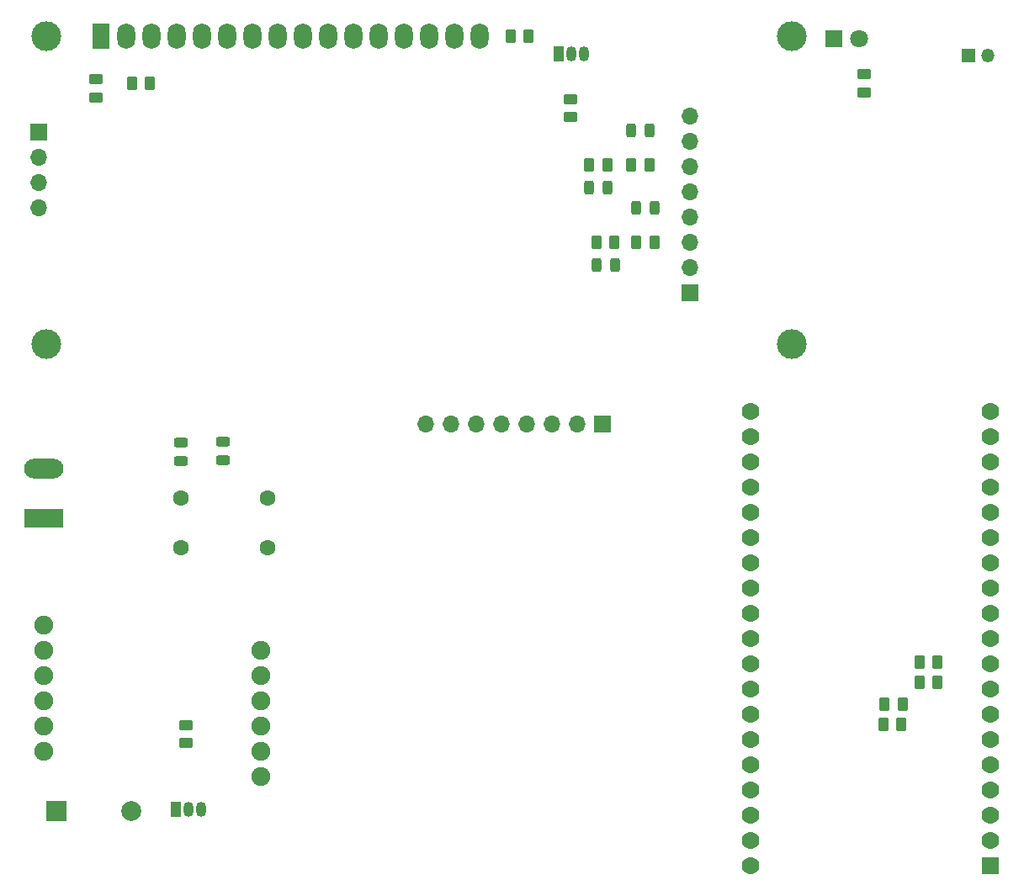
<source format=gbr>
%TF.GenerationSoftware,KiCad,Pcbnew,8.0.5*%
%TF.CreationDate,2024-11-19T23:46:25+01:00*%
%TF.ProjectId,esp32-with-gsm,65737033-322d-4776-9974-682d67736d2e,rev?*%
%TF.SameCoordinates,Original*%
%TF.FileFunction,Soldermask,Top*%
%TF.FilePolarity,Negative*%
%FSLAX46Y46*%
G04 Gerber Fmt 4.6, Leading zero omitted, Abs format (unit mm)*
G04 Created by KiCad (PCBNEW 8.0.5) date 2024-11-19 23:46:25*
%MOMM*%
%LPD*%
G01*
G04 APERTURE LIST*
G04 Aperture macros list*
%AMRoundRect*
0 Rectangle with rounded corners*
0 $1 Rounding radius*
0 $2 $3 $4 $5 $6 $7 $8 $9 X,Y pos of 4 corners*
0 Add a 4 corners polygon primitive as box body*
4,1,4,$2,$3,$4,$5,$6,$7,$8,$9,$2,$3,0*
0 Add four circle primitives for the rounded corners*
1,1,$1+$1,$2,$3*
1,1,$1+$1,$4,$5*
1,1,$1+$1,$6,$7*
1,1,$1+$1,$8,$9*
0 Add four rect primitives between the rounded corners*
20,1,$1+$1,$2,$3,$4,$5,0*
20,1,$1+$1,$4,$5,$6,$7,0*
20,1,$1+$1,$6,$7,$8,$9,0*
20,1,$1+$1,$8,$9,$2,$3,0*%
G04 Aperture macros list end*
%ADD10RoundRect,0.243750X0.243750X0.456250X-0.243750X0.456250X-0.243750X-0.456250X0.243750X-0.456250X0*%
%ADD11RoundRect,0.243750X0.456250X-0.243750X0.456250X0.243750X-0.456250X0.243750X-0.456250X-0.243750X0*%
%ADD12RoundRect,0.250000X0.450000X-0.262500X0.450000X0.262500X-0.450000X0.262500X-0.450000X-0.262500X0*%
%ADD13RoundRect,0.250000X0.262500X0.450000X-0.262500X0.450000X-0.262500X-0.450000X0.262500X-0.450000X0*%
%ADD14O,1.800000X2.600000*%
%ADD15R,1.800000X2.600000*%
%ADD16C,3.000000*%
%ADD17C,2.000000*%
%ADD18R,2.000000X2.000000*%
%ADD19C,1.900000*%
%ADD20RoundRect,0.250000X-0.450000X0.262500X-0.450000X-0.262500X0.450000X-0.262500X0.450000X0.262500X0*%
%ADD21R,1.700000X1.700000*%
%ADD22O,1.700000X1.700000*%
%ADD23O,1.350000X1.350000*%
%ADD24R,1.350000X1.350000*%
%ADD25O,1.050000X1.500000*%
%ADD26R,1.050000X1.500000*%
%ADD27RoundRect,0.102000X0.780000X0.780000X-0.780000X0.780000X-0.780000X-0.780000X0.780000X-0.780000X0*%
%ADD28C,1.764000*%
%ADD29RoundRect,0.250000X-0.262500X-0.450000X0.262500X-0.450000X0.262500X0.450000X-0.262500X0.450000X0*%
%ADD30C,1.600000*%
%ADD31C,1.800000*%
%ADD32R,1.800000X1.800000*%
%ADD33O,3.960000X1.980000*%
%ADD34R,3.960000X1.980000*%
G04 APERTURE END LIST*
D10*
%TO.C,D7*%
X163187500Y-70750000D03*
X161312500Y-70750000D03*
%TD*%
%TO.C,D6*%
X159187500Y-76500000D03*
X157312500Y-76500000D03*
%TD*%
%TO.C,D5*%
X162687500Y-63000000D03*
X160812500Y-63000000D03*
%TD*%
%TO.C,D4*%
X158437500Y-68750000D03*
X156562500Y-68750000D03*
%TD*%
D11*
%TO.C,D2*%
X119750000Y-94312500D03*
X119750000Y-96187500D03*
%TD*%
%TO.C,D1*%
X115500000Y-96250000D03*
X115500000Y-94375000D03*
%TD*%
D12*
%TO.C,R3*%
X184250000Y-57337500D03*
X184250000Y-59162500D03*
%TD*%
D13*
%TO.C,R5*%
X162662500Y-66500000D03*
X160837500Y-66500000D03*
%TD*%
D14*
%TO.C,DS1*%
X145600520Y-53499300D03*
X143060520Y-53499300D03*
X140520520Y-53499300D03*
X137980520Y-53499300D03*
X135440520Y-53499300D03*
X132900520Y-53499300D03*
X130360520Y-53499300D03*
X127820520Y-53499300D03*
X125280520Y-53499300D03*
X122740520Y-53499300D03*
X120200520Y-53499300D03*
X117660520Y-53499300D03*
X115120520Y-53499300D03*
X112580520Y-53499300D03*
X110040520Y-53499300D03*
D15*
X107500520Y-53499300D03*
D16*
X177000520Y-53499300D03*
X177000000Y-84500000D03*
X102001420Y-84500000D03*
X102001420Y-53499300D03*
%TD*%
D17*
%TO.C,BZ1*%
X110550000Y-131500000D03*
D18*
X102950000Y-131500000D03*
%TD*%
D19*
%TO.C,U2*%
X101680000Y-125460000D03*
X101680000Y-122920000D03*
X101680000Y-120380000D03*
X101680000Y-117840000D03*
X101680000Y-115300000D03*
X101680000Y-112760000D03*
X123550000Y-115300000D03*
X123550000Y-117840000D03*
X123550000Y-120380000D03*
X123550000Y-122920000D03*
X123550000Y-125460000D03*
X123550000Y-128000000D03*
%TD*%
D20*
%TO.C,R4*%
X116000000Y-122837500D03*
X116000000Y-124662500D03*
%TD*%
D13*
%TO.C,R15*%
X112412500Y-58250000D03*
X110587500Y-58250000D03*
%TD*%
D21*
%TO.C,J2*%
X166750000Y-79330000D03*
D22*
X166750000Y-76790000D03*
X166750000Y-74250000D03*
X166750000Y-71710000D03*
X166750000Y-69170000D03*
X166750000Y-66630000D03*
X166750000Y-64090000D03*
X166750000Y-61550000D03*
%TD*%
D23*
%TO.C,CFG1*%
X196750000Y-55500000D03*
D24*
X194750000Y-55500000D03*
%TD*%
D22*
%TO.C,J1*%
X101250000Y-70790000D03*
X101250000Y-68250000D03*
X101250000Y-65710000D03*
D21*
X101250000Y-63170000D03*
%TD*%
D25*
%TO.C,Q1*%
X117520000Y-131360000D03*
X116250000Y-131360000D03*
D26*
X114980000Y-131360000D03*
%TD*%
D27*
%TO.C,U1*%
X197000000Y-137010000D03*
D28*
X197000000Y-134470000D03*
X197000000Y-131930000D03*
X197000000Y-129390000D03*
X197000000Y-126850000D03*
X197000000Y-124310000D03*
X197000000Y-121770000D03*
X197000000Y-119230000D03*
X197000000Y-116690000D03*
X197000000Y-114150000D03*
X197000000Y-111610000D03*
X197000000Y-109070000D03*
X197000000Y-106530000D03*
X197000000Y-103990000D03*
X197000000Y-101450000D03*
X197000000Y-98910000D03*
X197000000Y-96370000D03*
X197000000Y-93830000D03*
X197000000Y-91290000D03*
X172800000Y-137010000D03*
X172800000Y-134470000D03*
X172800000Y-131930000D03*
X172800000Y-129390000D03*
X172800000Y-126850000D03*
X172800000Y-124310000D03*
X172800000Y-121770000D03*
X172800000Y-119230000D03*
X172800000Y-116690000D03*
X172800000Y-114150000D03*
X172800000Y-111610000D03*
X172800000Y-109070000D03*
X172800000Y-106530000D03*
X172800000Y-103990000D03*
X172800000Y-101450000D03*
X172800000Y-98910000D03*
X172800000Y-96370000D03*
X172800000Y-93830000D03*
X172800000Y-91290000D03*
%TD*%
D25*
%TO.C,Q2*%
X156040000Y-55250000D03*
X154770000Y-55250000D03*
D26*
X153500000Y-55250000D03*
%TD*%
D20*
%TO.C,R16*%
X107000000Y-57837500D03*
X107000000Y-59662500D03*
%TD*%
D29*
%TO.C,R7*%
X189837500Y-116500000D03*
X191662500Y-116500000D03*
%TD*%
D13*
%TO.C,R14*%
X148675000Y-53500000D03*
X150500000Y-53500000D03*
%TD*%
%TO.C,R8*%
X191662500Y-118500000D03*
X189837500Y-118500000D03*
%TD*%
D30*
%TO.C,C3*%
X124250000Y-100000000D03*
X124250000Y-105000000D03*
%TD*%
D12*
%TO.C,R13*%
X154750000Y-59837500D03*
X154750000Y-61662500D03*
%TD*%
D13*
%TO.C,R9*%
X163162500Y-74250000D03*
X161337500Y-74250000D03*
%TD*%
D29*
%TO.C,R11*%
X186337500Y-120750000D03*
X188162500Y-120750000D03*
%TD*%
D31*
%TO.C,D3*%
X183765000Y-53750000D03*
D32*
X181225000Y-53750000D03*
%TD*%
D33*
%TO.C,J5*%
X101750000Y-97000000D03*
D34*
X101750000Y-102000000D03*
%TD*%
D30*
%TO.C,C4*%
X115500000Y-100000000D03*
X115500000Y-105000000D03*
%TD*%
D21*
%TO.C,J3*%
X157910000Y-92500000D03*
D22*
X155370000Y-92500000D03*
X152830000Y-92500000D03*
X150290000Y-92500000D03*
X147750000Y-92500000D03*
X145210000Y-92500000D03*
X142670000Y-92500000D03*
X140130000Y-92500000D03*
%TD*%
D29*
%TO.C,R10*%
X157337500Y-74250000D03*
X159162500Y-74250000D03*
%TD*%
%TO.C,R6*%
X156587500Y-66500000D03*
X158412500Y-66500000D03*
%TD*%
D13*
%TO.C,R12*%
X188000000Y-122750000D03*
X186175000Y-122750000D03*
%TD*%
M02*

</source>
